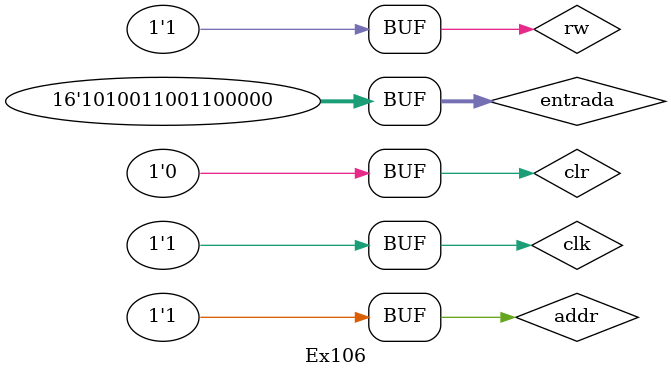
<source format=v>

`include "Exercicio103.v" 
	
module Exercicio106 ( output [15:0]saida, input [15:0]inp, input clk, input addr, input rw,  input clr );
	
	Exercicio103 mem1(saida[7:0], inp[7:0], clk, addr, rw, clr);
	Exercicio103 mem2(saida[15:8], inp[15:8], clk, addr, rw, clr);

endmodule	

module Ex106; 
	
	reg [15:0]entrada;
	reg clk;
	reg addr;
	reg rw;
	reg clr; 
	wire [15:0]saida;
	 
	Exercicio106 mod1 (saida, entrada, clk, addr, rw, clr);
	
	initial begin
	$display("Entrada\tClk\tAddr\tR/W\tClr\tSaida\n");
	#1 entrada = 1110000010100010;  clk = 1;  addr = 0;  rw = 1;  clr = 1;
	$monitor("%4b\t%1b\t%1b\t%1b\t%1b\t%4b",entrada, clk, addr, rw, clr, saida);
	#1 entrada = 1101111111100000;  clk = 1;  addr = 1;  rw = 1;  clr = 0;
	end		

endmodule 
			 
</source>
